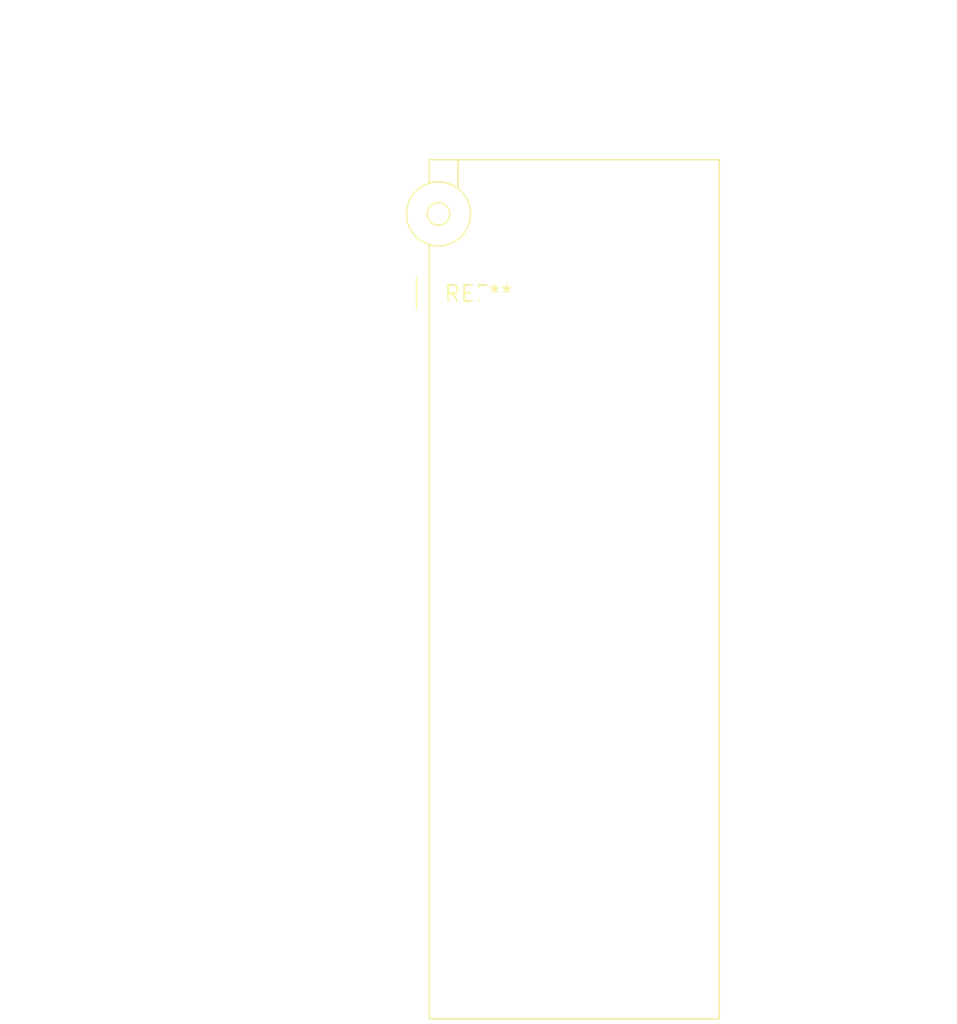
<source format=kicad_pcb>
(kicad_pcb (version 20240108) (generator pcbnew)
  (layers (0 "F.Cu" signal) (31 "B.Cu" signal) (34 "B.Paste" user) (35 "F.Paste" user) (36 "B.SilkS" user "B.Silkscreen") (37 "F.SilkS" user "F.Silkscreen") (38 "B.Mask" user) (39 "F.Mask" user) (44 "Edge.Cuts" user))
  (net 0 "")
  (footprint "DIP_Socket-42_W11.9_W12.7_W15.24_W17.78_W18.5_3M_242-1281-00-0602J" (layer "F.Cu") (at 0 0)
    (property "Reference" "REF**")
    (property "Value" "DIP_Socket-42_W11.9_W12.7_W15.24_W17.78_W18.5_3M_242-1281-00-0602J")
    (fp_line (start -4.95 1.27) (end -4.95 -1.27) (layer "F.SilkS") (stroke (width 0.12)))
    (fp_line (start -3.93 -10.66) (end -3.93 -8.8) (layer "F.SilkS") (stroke (width 0.12)))
    (fp_line (start -3.93 -3.9) (end -3.93 57.74) (layer "F.SilkS") (stroke (width 0.12)))
    (fp_line (start -3.93 57.74) (end 19.17 57.74) (layer "F.SilkS") (stroke (width 0.12)))
    (fp_line (start -1.65 -10.66) (end -1.65 -8.4) (layer "F.SilkS") (stroke (width 0.12)))
    (fp_line (start 19.17 -10.66) (end -3.93 -10.66) (layer "F.SilkS") (stroke (width 0.12)))
    (fp_line (start 19.17 57.74) (end 19.17 -10.66) (layer "F.SilkS") (stroke (width 0.12)))
    (fp_circle (center -3.2 -6.35) (end -2.3 -6.35) (layer "F.SilkS") (stroke (width 0.12)) (fill none))
    (fp_circle (center -3.2 -6.35) (end -0.65 -6.35) (layer "F.SilkS") (stroke (width 0.12)) (fill none))
    (pad "1" thru_hole rect (at 0 0) (size 2 1.44) (drill 1) (layers *.Cu *.Mask) (remove_unused_layers))
    (pad "2" thru_hole oval (at 0 2.54) (size 2 1.44) (drill 1) (layers *.Cu *.Mask) (remove_unused_layers))
    (pad "3" thru_hole oval (at 0 5.08) (size 2 1.44) (drill 1) (layers *.Cu *.Mask) (remove_unused_layers))
    (pad "4" thru_hole oval (at 0 7.62) (size 2 1.44) (drill 1) (layers *.Cu *.Mask) (remove_unused_layers))
    (pad "5" thru_hole oval (at 0 10.16) (size 2 1.44) (drill 1) (layers *.Cu *.Mask) (remove_unused_layers))
    (pad "6" thru_hole oval (at 0 12.7) (size 2 1.44) (drill 1) (layers *.Cu *.Mask) (remove_unused_layers))
    (pad "7" thru_hole oval (at 0 15.24) (size 2 1.44) (drill 1) (layers *.Cu *.Mask) (remove_unused_layers))
    (pad "8" thru_hole oval (at 0 17.78) (size 2 1.44) (drill 1) (layers *.Cu *.Mask) (remove_unused_layers))
    (pad "9" thru_hole oval (at 0 20.32) (size 2 1.44) (drill 1) (layers *.Cu *.Mask) (remove_unused_layers))
    (pad "10" thru_hole oval (at 0 22.86) (size 2 1.44) (drill 1) (layers *.Cu *.Mask) (remove_unused_layers))
    (pad "11" thru_hole oval (at 0 25.4) (size 2 1.44) (drill 1) (layers *.Cu *.Mask) (remove_unused_layers))
    (pad "12" thru_hole oval (at 0 27.94) (size 2 1.44) (drill 1) (layers *.Cu *.Mask) (remove_unused_layers))
    (pad "13" thru_hole oval (at 0 30.48) (size 2 1.44) (drill 1) (layers *.Cu *.Mask) (remove_unused_layers))
    (pad "14" thru_hole oval (at 0 33.02) (size 2 1.44) (drill 1) (layers *.Cu *.Mask) (remove_unused_layers))
    (pad "15" thru_hole oval (at 0 35.56) (size 2 1.44) (drill 1) (layers *.Cu *.Mask) (remove_unused_layers))
    (pad "16" thru_hole oval (at 0 38.1) (size 2 1.44) (drill 1) (layers *.Cu *.Mask) (remove_unused_layers))
    (pad "17" thru_hole oval (at 0 40.64) (size 2 1.44) (drill 1) (layers *.Cu *.Mask) (remove_unused_layers))
    (pad "18" thru_hole oval (at 0 43.18) (size 2 1.44) (drill 1) (layers *.Cu *.Mask) (remove_unused_layers))
    (pad "19" thru_hole oval (at 0 45.72) (size 2 1.44) (drill 1) (layers *.Cu *.Mask) (remove_unused_layers))
    (pad "20" thru_hole oval (at 0 48.26) (size 2 1.44) (drill 1) (layers *.Cu *.Mask) (remove_unused_layers))
    (pad "21" thru_hole oval (at 0 50.8) (size 2 1.44) (drill 1) (layers *.Cu *.Mask) (remove_unused_layers))
    (pad "22" thru_hole oval (at 15.24 50.8) (size 2 1.44) (drill 1) (layers *.Cu *.Mask) (remove_unused_layers))
    (pad "23" thru_hole oval (at 15.24 48.26) (size 2 1.44) (drill 1) (layers *.Cu *.Mask) (remove_unused_layers))
    (pad "24" thru_hole oval (at 15.24 45.72) (size 2 1.44) (drill 1) (layers *.Cu *.Mask) (remove_unused_layers))
    (pad "25" thru_hole oval (at 15.24 43.18) (size 2 1.44) (drill 1) (layers *.Cu *.Mask) (remove_unused_layers))
    (pad "26" thru_hole oval (at 15.24 40.64) (size 2 1.44) (drill 1) (layers *.Cu *.Mask) (remove_unused_layers))
    (pad "27" thru_hole oval (at 15.24 38.1) (size 2 1.44) (drill 1) (layers *.Cu *.Mask) (remove_unused_layers))
    (pad "28" thru_hole oval (at 15.24 35.56) (size 2 1.44) (drill 1) (layers *.Cu *.Mask) (remove_unused_layers))
    (pad "29" thru_hole oval (at 15.24 33.02) (size 2 1.44) (drill 1) (layers *.Cu *.Mask) (remove_unused_layers))
    (pad "30" thru_hole oval (at 15.24 30.48) (size 2 1.44) (drill 1) (layers *.Cu *.Mask) (remove_unused_layers))
    (pad "31" thru_hole oval (at 15.24 27.94) (size 2 1.44) (drill 1) (layers *.Cu *.Mask) (remove_unused_layers))
    (pad "32" thru_hole oval (at 15.24 25.4) (size 2 1.44) (drill 1) (layers *.Cu *.Mask) (remove_unused_layers))
    (pad "33" thru_hole oval (at 15.24 22.86) (size 2 1.44) (drill 1) (layers *.Cu *.Mask) (remove_unused_layers))
    (pad "34" thru_hole oval (at 15.24 20.32) (size 2 1.44) (drill 1) (layers *.Cu *.Mask) (remove_unused_layers))
    (pad "35" thru_hole oval (at 15.24 17.78) (size 2 1.44) (drill 1) (layers *.Cu *.Mask) (remove_unused_layers))
    (pad "36" thru_hole oval (at 15.24 15.24) (size 2 1.44) (drill 1) (layers *.Cu *.Mask) (remove_unused_layers))
    (pad "37" thru_hole oval (at 15.24 12.7) (size 2 1.44) (drill 1) (layers *.Cu *.Mask) (remove_unused_layers))
    (pad "38" thru_hole oval (at 15.24 10.16) (size 2 1.44) (drill 1) (layers *.Cu *.Mask) (remove_unused_layers))
    (pad "39" thru_hole oval (at 15.24 7.62) (size 2 1.44) (drill 1) (layers *.Cu *.Mask) (remove_unused_layers))
    (pad "40" thru_hole oval (at 15.24 5.08) (size 2 1.44) (drill 1) (layers *.Cu *.Mask) (remove_unused_layers))
    (pad "41" thru_hole oval (at 15.24 2.54) (size 2 1.44) (drill 1) (layers *.Cu *.Mask) (remove_unused_layers))
    (pad "42" thru_hole oval (at 15.24 0) (size 2 1.44) (drill 1) (layers *.Cu *.Mask) (remove_unused_layers))
  )
)
</source>
